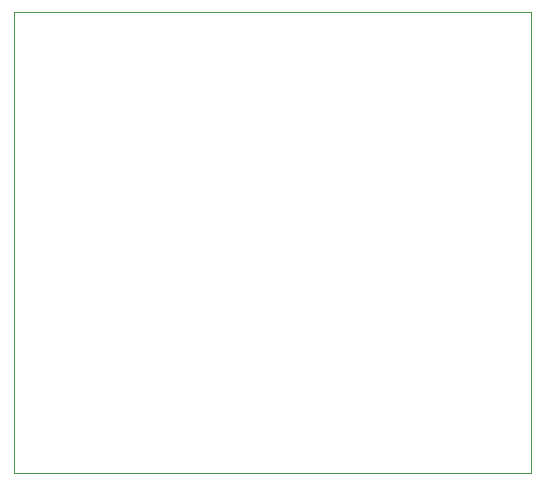
<source format=gbr>
%FSLAX32Y32*%
%MOMM*%
%LNKONTUR*%
G71*
G01*
%ADD10C, 0.10*%
%LPD*%
G54D10*
X8303Y7809D02*
X8303Y3904D01*
X12684Y3904D01*
X12684Y7809D01*
X8303Y7809D01*
M02*

</source>
